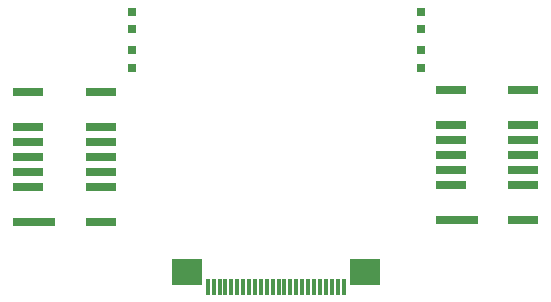
<source format=gbp>
G04*
G04 #@! TF.GenerationSoftware,Altium Limited,Altium Designer,19.0.11 (319)*
G04*
G04 Layer_Color=128*
%FSLAX44Y44*%
%MOMM*%
G71*
G01*
G75*
%ADD25R,0.3000X1.4000*%
%ADD26R,2.6500X2.3000*%
%ADD44R,2.6000X0.8000*%
%ADD45R,2.6000X0.7000*%
%ADD46R,3.6000X0.8000*%
%ADD47R,0.8000X0.8000*%
D25*
X215500Y16000D02*
D03*
X220500D02*
D03*
X225500D02*
D03*
X230500D02*
D03*
X235500D02*
D03*
X240500D02*
D03*
X245500D02*
D03*
X250500D02*
D03*
X255500D02*
D03*
X260500D02*
D03*
X265500D02*
D03*
X270500D02*
D03*
X275500D02*
D03*
X280500D02*
D03*
X285500D02*
D03*
X290500D02*
D03*
X295500D02*
D03*
X300500D02*
D03*
X305500D02*
D03*
X310500D02*
D03*
X315500D02*
D03*
X320500D02*
D03*
X325500D02*
D03*
X330500D02*
D03*
D26*
X197750Y28500D02*
D03*
X348250D02*
D03*
D44*
X124750Y70300D02*
D03*
Y180300D02*
D03*
X63750D02*
D03*
X482250Y72000D02*
D03*
Y182000D02*
D03*
X421250D02*
D03*
D45*
X124750Y99900D02*
D03*
Y112600D02*
D03*
Y125300D02*
D03*
Y138000D02*
D03*
Y150700D02*
D03*
X63750D02*
D03*
Y138000D02*
D03*
Y125300D02*
D03*
Y112600D02*
D03*
Y99900D02*
D03*
X482250Y101600D02*
D03*
Y114300D02*
D03*
Y127000D02*
D03*
Y139700D02*
D03*
Y152400D02*
D03*
X421250D02*
D03*
Y139700D02*
D03*
Y127000D02*
D03*
Y114300D02*
D03*
Y101600D02*
D03*
D46*
X68750Y70300D02*
D03*
X426250Y72000D02*
D03*
D47*
X395750Y216250D02*
D03*
Y201250D02*
D03*
X151250Y216250D02*
D03*
Y201250D02*
D03*
X395750Y248750D02*
D03*
Y233750D02*
D03*
X151250Y248750D02*
D03*
Y233750D02*
D03*
M02*

</source>
